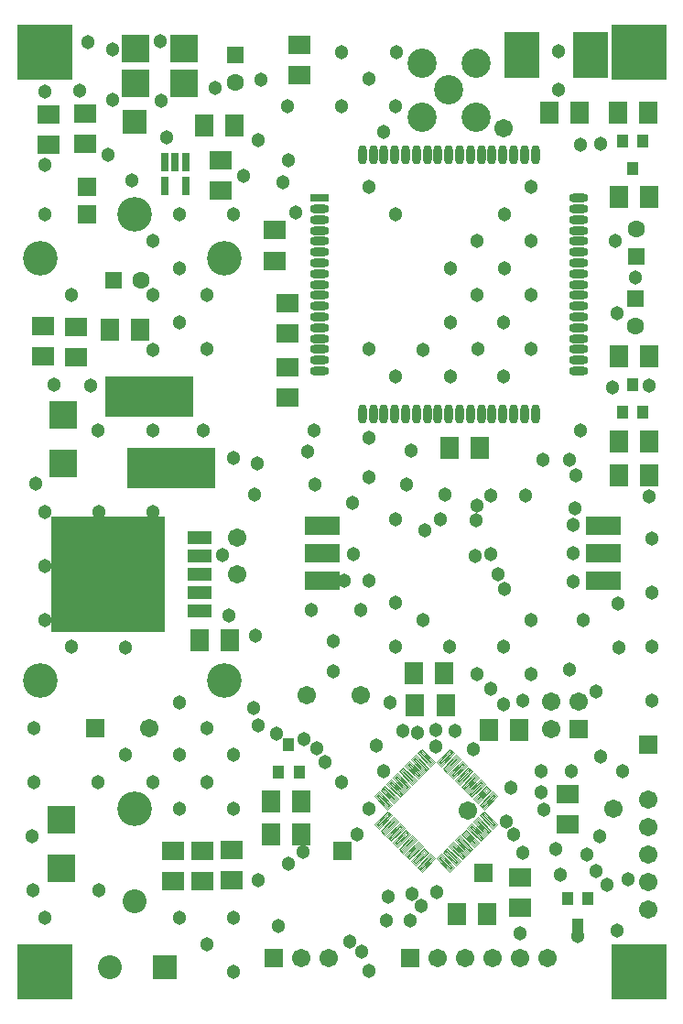
<source format=gts>
%FSLAX43Y43*%
%MOMM*%
G71*
G01*
G75*
%ADD10C,0.300*%
%ADD11R,1.600X1.800*%
%ADD12C,0.125*%
%ADD13R,1.800X1.600*%
%ADD14R,3.000X1.500*%
%ADD15R,2.300X2.300*%
%ADD16R,2.100X1.050*%
%ADD17R,8.000X3.500*%
%ADD18R,0.550X1.450*%
%ADD19R,3.000X4.000*%
%ADD20R,0.900X0.950*%
%ADD21R,0.900X0.950*%
%ADD22O,0.600X1.600*%
%ADD23O,1.600X0.600*%
%ADD24R,1.600X0.600*%
%ADD25R,10.300X10.500*%
%ADD26C,0.400*%
%ADD27C,0.500*%
%ADD28C,2.000*%
%ADD29C,0.600*%
%ADD30C,1.000*%
%ADD31C,1.500*%
%ADD32R,5.000X5.000*%
%ADD33R,1.500X1.500*%
%ADD34C,1.400*%
%ADD35R,1.400X1.400*%
%ADD36C,2.000*%
%ADD37C,1.500*%
%ADD38C,1.500*%
%ADD39R,1.500X1.500*%
%ADD40C,3.000*%
%ADD41C,2.500*%
%ADD42R,2.000X2.000*%
%ADD43C,1.100*%
%ADD44R,1.500X0.400*%
%ADD45R,1.803X2.003*%
%ADD46R,2.003X1.803*%
%ADD47R,3.203X1.703*%
%ADD48R,2.503X2.503*%
%ADD49R,2.303X1.253*%
%ADD50R,8.203X3.703*%
%ADD51R,0.753X1.653*%
%ADD52R,3.203X4.203*%
%ADD53R,1.103X1.153*%
%ADD54R,1.103X1.153*%
%ADD55O,0.803X1.803*%
%ADD56O,1.803X0.803*%
%ADD57R,1.803X0.803*%
%ADD58R,10.503X10.703*%
%ADD59R,5.203X5.203*%
%ADD60R,1.703X1.703*%
%ADD61C,1.603*%
%ADD62R,1.603X1.603*%
%ADD63C,2.203*%
%ADD64C,1.703*%
%ADD65C,1.703*%
%ADD66R,1.703X1.703*%
%ADD67C,3.203*%
%ADD68C,2.703*%
%ADD69R,2.203X2.203*%
%ADD70C,1.303*%
D12*
X33423Y15684D02*
X33014Y16093D01*
X34236Y17315D01*
X34645Y16906D01*
X33423Y15684D01*
Y15831D02*
X33161Y16093D01*
X34236Y17167D01*
X34497Y16906D01*
X33423Y15831D01*
Y15978D02*
X33308Y16093D01*
X34236Y17020D01*
X34350Y16906D01*
X33423Y15978D01*
X33448Y16100D02*
X34210Y16898D01*
X34554Y14552D02*
X34145Y14961D01*
X35367Y16183D01*
X35776Y15774D01*
X34554Y14552D01*
Y14700D02*
X34292Y14961D01*
X35367Y16036D01*
X35629Y15774D01*
X34554Y14700D01*
Y14847D02*
X34440Y14961D01*
X35367Y15889D01*
X35481Y15774D01*
X34554Y14847D01*
X34579Y14969D02*
X35342Y15767D01*
X35685Y13421D02*
X35276Y13830D01*
X36498Y15052D01*
X36907Y14643D01*
X35685Y13421D01*
Y13568D02*
X35424Y13830D01*
X36498Y14905D01*
X36760Y14643D01*
X35685Y13568D01*
Y13716D02*
X35571Y13830D01*
X36498Y14757D01*
X36613Y14643D01*
X35685Y13716D01*
X35711Y13837D02*
X36473Y14635D01*
X42580Y18053D02*
X42171Y18461D01*
X43393Y19683D01*
X43802Y19275D01*
X42580Y18053D01*
Y18200D02*
X42318Y18461D01*
X43393Y19536D01*
X43654Y19275D01*
X42580Y18200D01*
Y18347D02*
X42465Y18461D01*
X43393Y19389D01*
X43507Y19275D01*
X42580Y18347D01*
X42605Y18469D02*
X43367Y19267D01*
X40474Y14643D02*
X40883Y15052D01*
X42105Y13830D01*
X41696Y13421D01*
X40474Y14643D01*
X40621D02*
X40883Y14905D01*
X41957Y13830D01*
X41696Y13568D01*
X40621Y14643D01*
X40768D02*
X40883Y14757D01*
X41810Y13830D01*
X41696Y13716D01*
X40768Y14643D01*
X40890Y14617D02*
X41688Y13855D01*
X35842Y21537D02*
X36251Y21946D01*
X37473Y20724D01*
X37064Y20315D01*
X35842Y21537D01*
X35989D02*
X36251Y21799D01*
X37326Y20724D01*
X37064Y20463D01*
X35989Y21537D01*
X36137D02*
X36251Y21652D01*
X37178Y20724D01*
X37064Y20610D01*
X36137Y21537D01*
X36259Y21512D02*
X37057Y20750D01*
X43145Y17487D02*
X42736Y17896D01*
X43958Y19118D01*
X44367Y18709D01*
X43145Y17487D01*
Y17634D02*
X42884Y17896D01*
X43958Y18970D01*
X44220Y18709D01*
X43145Y17634D01*
Y17781D02*
X43031Y17896D01*
X43958Y18823D01*
X44073Y18709D01*
X43145Y17781D01*
X43171Y17903D02*
X43933Y18701D01*
X41448Y19184D02*
X41039Y19593D01*
X42261Y20815D01*
X42670Y20406D01*
X41448Y19184D01*
Y19331D02*
X41187Y19593D01*
X42261Y20667D01*
X42523Y20406D01*
X41448Y19331D01*
Y19479D02*
X41334Y19593D01*
X42261Y20520D01*
X42376Y20406D01*
X41448Y19479D01*
X41474Y19600D02*
X42236Y20398D01*
X40883Y19750D02*
X40474Y20158D01*
X41696Y21380D01*
X42105Y20972D01*
X40883Y19750D01*
Y19897D02*
X40621Y20158D01*
X41696Y21233D01*
X41957Y20972D01*
X40883Y19897D01*
Y20044D02*
X40768Y20158D01*
X41696Y21086D01*
X41810Y20972D01*
X40883Y20044D01*
X40908Y20166D02*
X41670Y20964D01*
X40317Y20315D02*
X39908Y20724D01*
X41130Y21946D01*
X41539Y21537D01*
X40317Y20315D01*
Y20463D02*
X40055Y20724D01*
X41130Y21799D01*
X41392Y21537D01*
X40317Y20463D01*
Y20610D02*
X40203Y20724D01*
X41130Y21652D01*
X41244Y21537D01*
X40317Y20610D01*
X40342Y20732D02*
X41105Y21530D01*
X39751Y20881D02*
X39342Y21290D01*
X40564Y22512D01*
X40973Y22103D01*
X39751Y20881D01*
Y21028D02*
X39490Y21290D01*
X40564Y22365D01*
X40826Y22103D01*
X39751Y21028D01*
Y21176D02*
X39637Y21290D01*
X40564Y22217D01*
X40679Y22103D01*
X39751Y21176D01*
X39777Y21297D02*
X40539Y22095D01*
X39186Y21447D02*
X38777Y21855D01*
X39999Y23078D01*
X40408Y22669D01*
X39186Y21447D01*
Y21594D02*
X38924Y21855D01*
X39999Y22930D01*
X40260Y22669D01*
X39186Y21594D01*
Y21741D02*
X39071Y21855D01*
X39999Y22783D01*
X40113Y22669D01*
X39186Y21741D01*
X39211Y21863D02*
X39973Y22661D01*
X38777Y12946D02*
X39186Y13355D01*
X40408Y12133D01*
X39999Y11724D01*
X38777Y12946D01*
X38924D02*
X39186Y13207D01*
X40260Y12133D01*
X39999Y11871D01*
X38924Y12946D01*
X39071D02*
X39186Y13060D01*
X40113Y12133D01*
X39999Y12019D01*
X39071Y12946D01*
X39193Y12920D02*
X39991Y12158D01*
X39342Y13512D02*
X39751Y13920D01*
X40973Y12698D01*
X40564Y12290D01*
X39342Y13512D01*
X39490D02*
X39751Y13773D01*
X40826Y12698D01*
X40564Y12437D01*
X39490Y13512D01*
X39637D02*
X39751Y13626D01*
X40679Y12698D01*
X40564Y12584D01*
X39637Y13512D01*
X39759Y13486D02*
X40557Y12724D01*
X39908Y14077D02*
X40317Y14486D01*
X41539Y13264D01*
X41130Y12855D01*
X39908Y14077D01*
X40055D02*
X40317Y14339D01*
X41392Y13264D01*
X41130Y13003D01*
X40055Y14077D01*
X40203D02*
X40317Y14192D01*
X41244Y13264D01*
X41130Y13150D01*
X40203Y14077D01*
X40324Y14052D02*
X41122Y13290D01*
X41039Y15209D02*
X41448Y15618D01*
X42670Y14396D01*
X42261Y13987D01*
X41039Y15209D01*
X41187D02*
X41448Y15470D01*
X42523Y14396D01*
X42261Y14134D01*
X41187Y15209D01*
X41334D02*
X41448Y15323D01*
X42376Y14396D01*
X42261Y14281D01*
X41334Y15209D01*
X41456Y15183D02*
X42254Y14421D01*
X41605Y15774D02*
X42014Y16183D01*
X43236Y14961D01*
X42827Y14552D01*
X41605Y15774D01*
X41752D02*
X42014Y16036D01*
X43089Y14961D01*
X42827Y14700D01*
X41752Y15774D01*
X41900D02*
X42014Y15889D01*
X42941Y14961D01*
X42827Y14847D01*
X41900Y15774D01*
X42021Y15749D02*
X42820Y14987D01*
X42171Y16340D02*
X42580Y16749D01*
X43802Y15527D01*
X43393Y15118D01*
X42171Y16340D01*
X42318D02*
X42580Y16602D01*
X43654Y15527D01*
X43393Y15265D01*
X42318Y16340D01*
X42465D02*
X42580Y16454D01*
X43507Y15527D01*
X43393Y15413D01*
X42465Y16340D01*
X42587Y16315D02*
X43385Y15552D01*
X42736Y16906D02*
X43145Y17315D01*
X44367Y16093D01*
X43958Y15684D01*
X42736Y16906D01*
X42884D02*
X43145Y17167D01*
X44220Y16093D01*
X43958Y15831D01*
X42884Y16906D01*
X43031D02*
X43145Y17020D01*
X44073Y16093D01*
X43958Y15978D01*
X43031Y16906D01*
X43153Y16880D02*
X43951Y16118D01*
X37382Y11724D02*
X36974Y12133D01*
X38196Y13355D01*
X38604Y12946D01*
X37382Y11724D01*
Y11871D02*
X37121Y12133D01*
X38196Y13207D01*
X38457Y12946D01*
X37382Y11871D01*
Y12019D02*
X37268Y12133D01*
X38196Y13060D01*
X38310Y12946D01*
X37382Y12019D01*
X37408Y12140D02*
X38170Y12938D01*
X36817Y12290D02*
X36408Y12698D01*
X37630Y13920D01*
X38039Y13512D01*
X36817Y12290D01*
Y12437D02*
X36555Y12698D01*
X37630Y13773D01*
X37891Y13512D01*
X36817Y12437D01*
Y12584D02*
X36702Y12698D01*
X37630Y13626D01*
X37744Y13512D01*
X36817Y12584D01*
X36842Y12706D02*
X37604Y13504D01*
X36251Y12855D02*
X35842Y13264D01*
X37064Y14486D01*
X37473Y14077D01*
X36251Y12855D01*
Y13003D02*
X35989Y13264D01*
X37064Y14339D01*
X37326Y14077D01*
X36251Y13003D01*
Y13150D02*
X36137Y13264D01*
X37064Y14192D01*
X37178Y14077D01*
X36251Y13150D01*
X36277Y13272D02*
X37039Y14070D01*
X35120Y13987D02*
X34711Y14396D01*
X35933Y15618D01*
X36342Y15209D01*
X35120Y13987D01*
Y14134D02*
X34858Y14396D01*
X35933Y15470D01*
X36194Y15209D01*
X35120Y14134D01*
Y14281D02*
X35005Y14396D01*
X35933Y15323D01*
X36047Y15209D01*
X35120Y14281D01*
X35145Y14403D02*
X35907Y15201D01*
X33988Y15118D02*
X33579Y15527D01*
X34801Y16749D01*
X35210Y16340D01*
X33988Y15118D01*
Y15265D02*
X33727Y15527D01*
X34801Y16602D01*
X35063Y16340D01*
X33988Y15265D01*
Y15413D02*
X33874Y15527D01*
X34801Y16454D01*
X34916Y16340D01*
X33988Y15413D01*
X34014Y15534D02*
X34776Y16333D01*
X33014Y18709D02*
X33423Y19118D01*
X34645Y17896D01*
X34236Y17487D01*
X33014Y18709D01*
X33161D02*
X33423Y18970D01*
X34497Y17896D01*
X34236Y17634D01*
X33161Y18709D01*
X33308D02*
X33423Y18823D01*
X34350Y17896D01*
X34236Y17781D01*
X33308Y18709D01*
X33430Y18683D02*
X34228Y17921D01*
X33579Y19275D02*
X33988Y19683D01*
X35210Y18461D01*
X34801Y18053D01*
X33579Y19275D01*
X33727D02*
X33988Y19536D01*
X35063Y18461D01*
X34801Y18200D01*
X33727Y19275D01*
X33874D02*
X33988Y19389D01*
X34916Y18461D01*
X34801Y18347D01*
X33874Y19275D01*
X33996Y19249D02*
X34794Y18487D01*
X34145Y19840D02*
X34554Y20249D01*
X35776Y19027D01*
X35367Y18618D01*
X34145Y19840D01*
X34292D02*
X34554Y20102D01*
X35629Y19027D01*
X35367Y18766D01*
X34292Y19840D01*
X34440D02*
X34554Y19954D01*
X35481Y19027D01*
X35367Y18913D01*
X34440Y19840D01*
X34562Y19815D02*
X35360Y19053D01*
X34711Y20406D02*
X35120Y20815D01*
X36342Y19593D01*
X35933Y19184D01*
X34711Y20406D01*
X34858D02*
X35120Y20667D01*
X36194Y19593D01*
X35933Y19331D01*
X34858Y20406D01*
X35005D02*
X35120Y20520D01*
X36047Y19593D01*
X35933Y19479D01*
X35005Y20406D01*
X35127Y20380D02*
X35925Y19618D01*
X35276Y20972D02*
X35685Y21380D01*
X36907Y20158D01*
X36498Y19750D01*
X35276Y20972D01*
X35424D02*
X35685Y21233D01*
X36760Y20158D01*
X36498Y19897D01*
X35424Y20972D01*
X35571D02*
X35685Y21086D01*
X36613Y20158D01*
X36498Y20044D01*
X35571Y20972D01*
X35693Y20946D02*
X36491Y20184D01*
X36408Y22103D02*
X36817Y22512D01*
X38039Y21290D01*
X37630Y20881D01*
X36408Y22103D01*
X36555D02*
X36817Y22365D01*
X37891Y21290D01*
X37630Y21028D01*
X36555Y22103D01*
X36703D02*
X36817Y22217D01*
X37744Y21290D01*
X37630Y21176D01*
X36703Y22103D01*
X36824Y22077D02*
X37622Y21315D01*
X36974Y22669D02*
X37382Y23078D01*
X38604Y21855D01*
X38196Y21447D01*
X36974Y22669D01*
X37121D02*
X37382Y22930D01*
X38457Y21855D01*
X38196Y21594D01*
X37121Y22669D01*
X37268D02*
X37382Y22783D01*
X38310Y21855D01*
X38196Y21741D01*
X37268Y22669D01*
X37390Y22643D02*
X38188Y21881D01*
X42014Y18618D02*
X41605Y19027D01*
X42827Y20249D01*
X43236Y19840D01*
X42014Y18618D01*
Y18766D02*
X41752Y19027D01*
X42827Y20102D01*
X43089Y19840D01*
X42014Y18766D01*
Y18913D02*
X41900Y19027D01*
X42827Y19954D01*
X42941Y19840D01*
X42014Y18913D01*
X42039Y19035D02*
X42802Y19833D01*
D45*
X26288Y15193D02*
D03*
X8512Y61807D02*
D03*
X11312Y61807D02*
D03*
X20088Y80693D02*
D03*
X17288Y80693D02*
D03*
X42788Y50893D02*
D03*
X39988Y50893D02*
D03*
X26288Y18193D02*
D03*
X23488Y18193D02*
D03*
X55512Y81907D02*
D03*
X58312Y81907D02*
D03*
X23488Y15193D02*
D03*
X55612Y74107D02*
D03*
X58412Y74107D02*
D03*
X49212Y81907D02*
D03*
X52012Y81907D02*
D03*
X39588Y27093D02*
D03*
X36788Y27093D02*
D03*
X39488Y30093D02*
D03*
X36688Y30093D02*
D03*
X46388Y24793D02*
D03*
X43588Y24793D02*
D03*
X58388Y51493D02*
D03*
X55588Y51493D02*
D03*
X58388Y59393D02*
D03*
X55588Y59393D02*
D03*
X58388Y48393D02*
D03*
X55588Y48393D02*
D03*
X19612Y33107D02*
D03*
X16812Y33107D02*
D03*
X40612Y7807D02*
D03*
X43412Y7807D02*
D03*
D46*
X19793Y13712D02*
D03*
X19793Y10912D02*
D03*
X17107Y10887D02*
D03*
Y13687D02*
D03*
X14407Y10887D02*
D03*
Y13687D02*
D03*
X2891Y81705D02*
D03*
Y78905D02*
D03*
X6307Y81788D02*
D03*
Y78988D02*
D03*
X5393Y59312D02*
D03*
X5393Y62112D02*
D03*
X2407Y62188D02*
D03*
Y59388D02*
D03*
X18807Y77488D02*
D03*
Y74688D02*
D03*
X26107Y88188D02*
D03*
Y85388D02*
D03*
X46507Y11188D02*
D03*
X46507Y8388D02*
D03*
X25007Y58388D02*
D03*
Y55588D02*
D03*
X24993Y61512D02*
D03*
X24993Y64312D02*
D03*
X23793Y68212D02*
D03*
X23793Y71012D02*
D03*
X50907Y16088D02*
D03*
Y18888D02*
D03*
D47*
X28200Y38620D02*
D03*
Y41160D02*
D03*
Y43700D02*
D03*
X54200D02*
D03*
Y41160D02*
D03*
Y38620D02*
D03*
D48*
X4201Y49452D02*
D03*
Y53952D02*
D03*
X4099Y16548D02*
D03*
Y12048D02*
D03*
X15448Y84601D02*
D03*
X10948D02*
D03*
X15448Y87801D02*
D03*
X10948D02*
D03*
D49*
X16825Y37500D02*
D03*
Y40900D02*
D03*
Y42600D02*
D03*
X16825Y39200D02*
D03*
X16825Y35800D02*
D03*
D50*
X14225Y49028D02*
D03*
X12193Y55632D02*
D03*
D51*
X15550Y77275D02*
D03*
X14600D02*
D03*
X13650D02*
D03*
Y75125D02*
D03*
X15550D02*
D03*
D52*
X46689Y87206D02*
D03*
X53039D02*
D03*
D53*
X26042Y20939D02*
D03*
X25092Y23439D02*
D03*
X55958Y79261D02*
D03*
X56908Y76761D02*
D03*
X57842Y54239D02*
D03*
X56892Y56739D02*
D03*
X51808Y6761D02*
D03*
X50858Y9261D02*
D03*
D54*
X24142Y20939D02*
D03*
X57858Y79261D02*
D03*
X55942Y54239D02*
D03*
X52758Y9261D02*
D03*
D55*
X31900Y78000D02*
D03*
X32900D02*
D03*
X33875D02*
D03*
X34900D02*
D03*
X35900D02*
D03*
X36900D02*
D03*
X37900D02*
D03*
X38900D02*
D03*
X39900D02*
D03*
X40900D02*
D03*
X41900D02*
D03*
X42900D02*
D03*
X43900D02*
D03*
X44900D02*
D03*
X45900D02*
D03*
X46900D02*
D03*
X47900D02*
D03*
Y54000D02*
D03*
X46900D02*
D03*
X45900D02*
D03*
X44900D02*
D03*
X43900D02*
D03*
X42900D02*
D03*
X41900D02*
D03*
X40900D02*
D03*
X39900D02*
D03*
X38900D02*
D03*
X37900D02*
D03*
X36900D02*
D03*
X35900D02*
D03*
X34900D02*
D03*
X33900D02*
D03*
X32900D02*
D03*
X31900D02*
D03*
D56*
X51900Y74000D02*
D03*
Y73000D02*
D03*
Y72000D02*
D03*
Y71000D02*
D03*
Y70000D02*
D03*
Y69000D02*
D03*
Y68000D02*
D03*
Y67000D02*
D03*
Y66000D02*
D03*
Y65000D02*
D03*
Y64000D02*
D03*
Y63000D02*
D03*
Y62000D02*
D03*
Y61000D02*
D03*
Y60000D02*
D03*
Y59000D02*
D03*
Y58000D02*
D03*
X27900D02*
D03*
Y59000D02*
D03*
Y60000D02*
D03*
Y61000D02*
D03*
Y62000D02*
D03*
Y63000D02*
D03*
Y64000D02*
D03*
Y65000D02*
D03*
Y66000D02*
D03*
Y67000D02*
D03*
Y68000D02*
D03*
Y69000D02*
D03*
Y70000D02*
D03*
Y71000D02*
D03*
Y72000D02*
D03*
Y73000D02*
D03*
D57*
Y74000D02*
D03*
D58*
X8375Y39190D02*
D03*
D59*
X57500Y87500D02*
D03*
Y2500D02*
D03*
X2500D02*
D03*
Y87500D02*
D03*
D60*
X23691Y3711D02*
D03*
X36288D02*
D03*
X7199Y24993D02*
D03*
X6412Y75005D02*
D03*
Y72505D02*
D03*
X43095Y11612D02*
D03*
X30095Y13612D02*
D03*
X51900Y24900D02*
D03*
D61*
X11411Y66392D02*
D03*
X20192Y84689D02*
D03*
X57208Y71111D02*
D03*
X57192Y62189D02*
D03*
D62*
X8911Y66392D02*
D03*
X20192Y87189D02*
D03*
X57208Y68611D02*
D03*
X57192Y64689D02*
D03*
D63*
X8594Y2892D02*
D03*
X10800Y9000D02*
D03*
D64*
X38828Y3711D02*
D03*
X58299Y8267D02*
D03*
X46448Y3711D02*
D03*
X48988D02*
D03*
X12199Y24993D02*
D03*
X31792Y28000D02*
D03*
X26792Y28000D02*
D03*
X58299Y15887D02*
D03*
X28771Y3711D02*
D03*
X26231D02*
D03*
X49360Y24900D02*
D03*
X51900Y27440D02*
D03*
X49360D02*
D03*
X43908Y3711D02*
D03*
X41368D02*
D03*
X41675Y17400D02*
D03*
X55150Y17500D02*
D03*
X44925Y80425D02*
D03*
X20350Y42575D02*
D03*
X20325Y39250D02*
D03*
D65*
X58299Y10807D02*
D03*
X58299Y13347D02*
D03*
X58299Y18427D02*
D03*
D66*
Y23507D02*
D03*
D67*
X10800Y72500D02*
D03*
Y17500D02*
D03*
X2100Y29400D02*
D03*
X19100D02*
D03*
Y68400D02*
D03*
X2100D02*
D03*
D68*
X37400Y86500D02*
D03*
Y81500D02*
D03*
X42400D02*
D03*
X39900Y84000D02*
D03*
X42400Y86500D02*
D03*
D69*
X10800Y81000D02*
D03*
X13594Y2892D02*
D03*
D70*
X53875Y15000D02*
D03*
X45875Y15175D02*
D03*
X26425Y13575D02*
D03*
X31450Y15193D02*
D03*
X34125Y7225D02*
D03*
X24150Y6700D02*
D03*
X28425Y21825D02*
D03*
X38725Y24850D02*
D03*
X51650Y48400D02*
D03*
X58388Y56687D02*
D03*
X38700Y23325D02*
D03*
X53900Y22400D02*
D03*
X51025Y49775D02*
D03*
X55075Y56475D02*
D03*
X30750Y5300D02*
D03*
X31800Y4325D02*
D03*
X27700Y23100D02*
D03*
X33200Y23350D02*
D03*
X36425Y50625D02*
D03*
X26800Y50600D02*
D03*
X24525Y75450D02*
D03*
X30225Y38625D02*
D03*
X32525Y48175D02*
D03*
Y38625D02*
D03*
X44450Y39175D02*
D03*
X51425Y38575D02*
D03*
X35000Y36625D02*
D03*
Y44275D02*
D03*
X45025Y37850D02*
D03*
X51410Y41160D02*
D03*
X36025Y47550D02*
D03*
X47025Y46475D02*
D03*
X43775Y46500D02*
D03*
Y41075D02*
D03*
X42475Y45600D02*
D03*
X51375Y43800D02*
D03*
X58388Y46437D02*
D03*
X22175Y49425D02*
D03*
X22250Y79325D02*
D03*
X33875Y80150D02*
D03*
X8784Y87716D02*
D03*
X53975Y79025D02*
D03*
X18925Y40950D02*
D03*
X25750Y72650D02*
D03*
X21825Y26875D02*
D03*
X34425Y27375D02*
D03*
X22300Y25275D02*
D03*
X44950Y27175D02*
D03*
X23925Y24475D02*
D03*
X35625Y24775D02*
D03*
X26500Y24000D02*
D03*
X37025Y24575D02*
D03*
X40450Y24750D02*
D03*
X42150Y23075D02*
D03*
X37650Y43300D02*
D03*
X52625Y13325D02*
D03*
X53475Y28400D02*
D03*
X43775Y28650D02*
D03*
X37350Y8550D02*
D03*
X38800Y9825D02*
D03*
X56475Y11000D02*
D03*
X54525Y10525D02*
D03*
X36525Y9650D02*
D03*
X48650Y17475D02*
D03*
X48450Y19050D02*
D03*
X51808Y5800D02*
D03*
X57182Y66660D02*
D03*
X42400Y44200D02*
D03*
X39150Y44300D02*
D03*
X33900Y21025D02*
D03*
X29950Y20000D02*
D03*
X32500Y17500D02*
D03*
X45200Y16350D02*
D03*
X46750Y13500D02*
D03*
X45600Y19525D02*
D03*
X5000Y32500D02*
D03*
X7500Y45000D02*
D03*
Y40000D02*
D03*
Y35000D02*
D03*
X2525Y35000D02*
D03*
Y40000D02*
D03*
Y45000D02*
D03*
X10025Y42500D02*
D03*
X9975Y37500D02*
D03*
X10000Y32450D02*
D03*
X12500Y35000D02*
D03*
Y40025D02*
D03*
X12500Y45000D02*
D03*
X17500Y24975D02*
D03*
X17525Y20000D02*
D03*
X17500Y5000D02*
D03*
X20025Y2500D02*
D03*
X20000Y7500D02*
D03*
X25025Y12500D02*
D03*
X15000Y7500D02*
D03*
X15000Y17525D02*
D03*
X15000Y22500D02*
D03*
X20000D02*
D03*
X20000Y17500D02*
D03*
X15000Y27400D02*
D03*
X12500Y20000D02*
D03*
X7475D02*
D03*
X10000Y22500D02*
D03*
X7500Y10000D02*
D03*
X2500Y7475D02*
D03*
X1525Y25000D02*
D03*
X1500Y20000D02*
D03*
X1375Y15000D02*
D03*
X1400Y10000D02*
D03*
X32500Y2525D02*
D03*
X34300Y9450D02*
D03*
X36300Y7250D02*
D03*
X46500Y6050D02*
D03*
X55425Y6300D02*
D03*
X53475Y11800D02*
D03*
X48400Y21025D02*
D03*
X51225Y21000D02*
D03*
X56000Y20975D02*
D03*
X55600Y32475D02*
D03*
X52300Y35000D02*
D03*
X55525Y36500D02*
D03*
X58675Y27500D02*
D03*
X58650Y32500D02*
D03*
X58700Y37500D02*
D03*
X58675Y42500D02*
D03*
X48600Y49825D02*
D03*
X52050Y52500D02*
D03*
X51525Y45300D02*
D03*
X39500Y46550D02*
D03*
X42300Y40875D02*
D03*
X35000Y32500D02*
D03*
X37500Y35000D02*
D03*
X40000Y32500D02*
D03*
X45000D02*
D03*
X47525Y35000D02*
D03*
Y30000D02*
D03*
X42525D02*
D03*
X46775Y27500D02*
D03*
X51075Y30400D02*
D03*
X29200Y30250D02*
D03*
Y33075D02*
D03*
X31750Y35900D02*
D03*
X27200Y35950D02*
D03*
X19575Y35400D02*
D03*
X22000Y33550D02*
D03*
X31075Y41100D02*
D03*
X31025Y45800D02*
D03*
X27500Y47500D02*
D03*
X21900Y46550D02*
D03*
X20000Y50000D02*
D03*
X17225Y52500D02*
D03*
X12500Y52475D02*
D03*
X7475Y52500D02*
D03*
X3375Y56700D02*
D03*
X6800Y56675D02*
D03*
X12500Y59975D02*
D03*
X17525Y60000D02*
D03*
X14975Y62500D02*
D03*
X17500Y65000D02*
D03*
X12500D02*
D03*
X15000Y67500D02*
D03*
X5000Y65000D02*
D03*
X15000Y72500D02*
D03*
X20000Y72525D02*
D03*
X12525Y70000D02*
D03*
X2525Y72500D02*
D03*
X10550Y75600D02*
D03*
X8350Y78000D02*
D03*
X2525Y83800D02*
D03*
X5750Y83900D02*
D03*
X6500Y88375D02*
D03*
X8825Y83100D02*
D03*
X13825Y79600D02*
D03*
X13300Y83025D02*
D03*
X13200Y88525D02*
D03*
X18300Y84150D02*
D03*
X20900Y76050D02*
D03*
X22500Y84975D02*
D03*
X25000Y82500D02*
D03*
X29975D02*
D03*
X30000Y87500D02*
D03*
X32525Y85000D02*
D03*
X35000Y82500D02*
D03*
X35025Y87500D02*
D03*
D03*
X25025Y77500D02*
D03*
X50000Y87575D02*
D03*
X50050Y84000D02*
D03*
X52100Y78950D02*
D03*
X55500Y63325D02*
D03*
X55300Y70050D02*
D03*
X27475Y52500D02*
D03*
X32500Y51850D02*
D03*
X32525Y75000D02*
D03*
X35000Y72500D02*
D03*
X35000Y57475D02*
D03*
X40025Y57500D02*
D03*
X45000Y57500D02*
D03*
Y62525D02*
D03*
X47525Y65000D02*
D03*
X45025Y67500D02*
D03*
X47475Y70000D02*
D03*
X45025Y72500D02*
D03*
X47475Y75000D02*
D03*
X42475Y70000D02*
D03*
Y65000D02*
D03*
X42550Y60000D02*
D03*
X37500Y59950D02*
D03*
X32475Y60000D02*
D03*
X40025Y62500D02*
D03*
Y67500D02*
D03*
X22300Y10975D02*
D03*
X47500Y60025D02*
D03*
X2500Y77075D02*
D03*
X50200Y11475D02*
D03*
X49800Y13850D02*
D03*
X5000Y37500D02*
D03*
X5000Y42500D02*
D03*
X1700Y47625D02*
D03*
M02*

</source>
